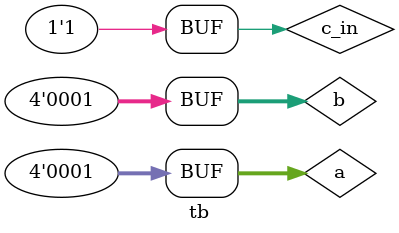
<source format=sv>
module tb;
  wire [3:0] sum;
  wire c_out;
  reg [3:0] a,b;
  reg c_in;
  
  cla cla_inst(.sum(sum),.c_out(c_out),.a(a),.b(b),.c_in(c_in));
  
  initial 
    begin
      $monitor("t=%0t, sum=%b, c_out=%b, a= %b, b=%b, c_in=%b",$time, sum, c_out, a,b,c_in);
      #5 a=4'b0101; b=4'b1001; c_in=0;
       #5 a=4'b0100; b=4'b1010; c_in=1;
       #5 a=4'b0000; b=4'b0001; c_in=0;
       #5 a=4'b0001; b=4'b0001; c_in=1;
      
    end
  
endmodule
</source>
